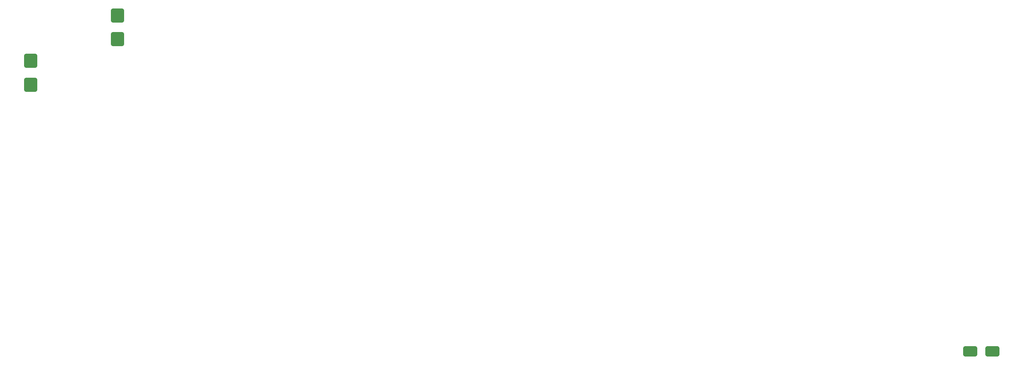
<source format=gbr>
%TF.GenerationSoftware,KiCad,Pcbnew,9.0.4*%
%TF.CreationDate,2025-10-09T21:58:20+02:00*%
%TF.ProjectId,OpenSpritzer2,4f70656e-5370-4726-9974-7a6572322e6b,rev?*%
%TF.SameCoordinates,Original*%
%TF.FileFunction,Paste,Top*%
%TF.FilePolarity,Positive*%
%FSLAX46Y46*%
G04 Gerber Fmt 4.6, Leading zero omitted, Abs format (unit mm)*
G04 Created by KiCad (PCBNEW 9.0.4) date 2025-10-09 21:58:20*
%MOMM*%
%LPD*%
G01*
G04 APERTURE LIST*
G04 Aperture macros list*
%AMRoundRect*
0 Rectangle with rounded corners*
0 $1 Rounding radius*
0 $2 $3 $4 $5 $6 $7 $8 $9 X,Y pos of 4 corners*
0 Add a 4 corners polygon primitive as box body*
4,1,4,$2,$3,$4,$5,$6,$7,$8,$9,$2,$3,0*
0 Add four circle primitives for the rounded corners*
1,1,$1+$1,$2,$3*
1,1,$1+$1,$4,$5*
1,1,$1+$1,$6,$7*
1,1,$1+$1,$8,$9*
0 Add four rect primitives between the rounded corners*
20,1,$1+$1,$2,$3,$4,$5,0*
20,1,$1+$1,$4,$5,$6,$7,0*
20,1,$1+$1,$6,$7,$8,$9,0*
20,1,$1+$1,$8,$9,$2,$3,0*%
G04 Aperture macros list end*
%ADD10RoundRect,0.250000X-0.900000X1.000000X-0.900000X-1.000000X0.900000X-1.000000X0.900000X1.000000X0*%
%ADD11RoundRect,0.250000X1.000000X0.650000X-1.000000X0.650000X-1.000000X-0.650000X1.000000X-0.650000X0*%
G04 APERTURE END LIST*
D10*
%TO.C,D1*%
X75990000Y-51800000D03*
X75990000Y-56100000D03*
%TD*%
%TO.C,D2*%
X60470000Y-59940000D03*
X60470000Y-64240000D03*
%TD*%
D11*
%TO.C,D4*%
X233040000Y-112190000D03*
X229040000Y-112190000D03*
%TD*%
M02*

</source>
